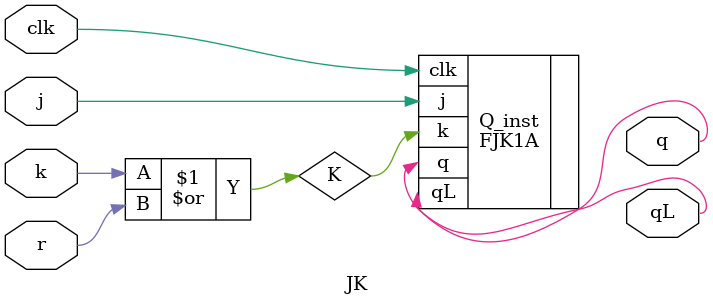
<source format=sv>
/* JK is a JK flip flop with reset. J, K and R are active high */

module JK
(
    input   j,
    input   k,
    input   r,
    input   clk,
    output  q,
    output  qL
);

wire KL,K;
assign KL = ~(k | r);
assign K = ~KL;

FJK1A Q_inst
(
    .q      (q),
    .qL     (qL),
    .j      (j),
    .k      (K),
    .clk    (clk)
);

endmodule
</source>
